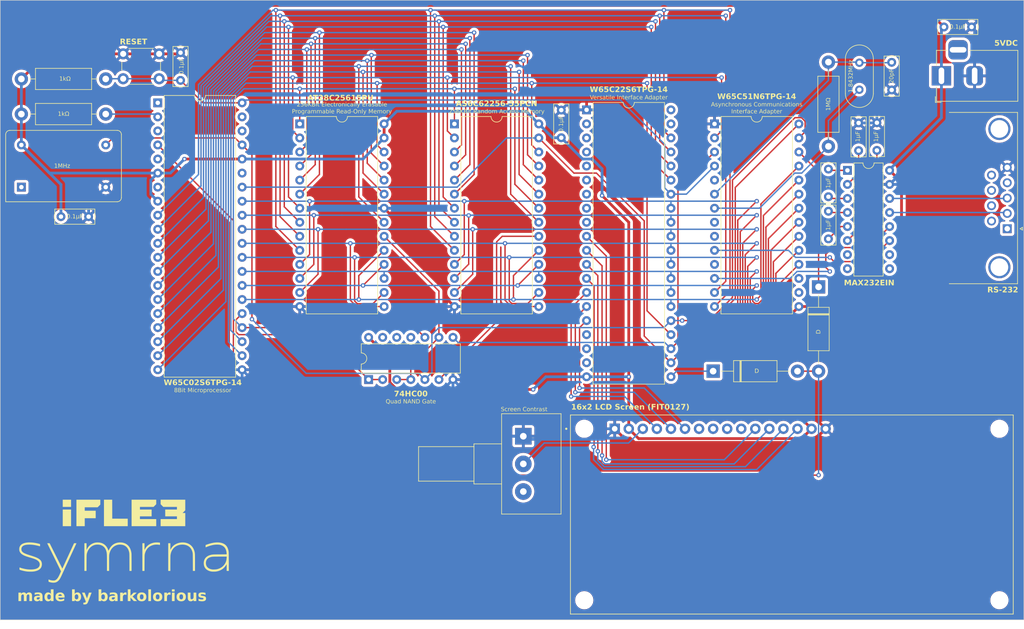
<source format=kicad_pcb>
(kicad_pcb (version 20221018) (generator pcbnew)
  (layers (0 "F.Cu" signal) (31 "B.Cu" signal) (34 "B.Paste" user) (35 "F.Paste" user) (36 "B.SilkS" user "B.Silkscreen") (37 "F.SilkS" user "F.Silkscreen") (38 "B.Mask" user) (39 "F.Mask" user) (44 "Edge.Cuts" user))
  (net 0 "")
  (net 1 "Net-(U7-XTAL1)")
  (net 2 "GND")
  (net 3 "Net-(U3-C1+)")
  (net 4 "Net-(U3-C1-)")
  (net 5 "Net-(U3-C2+)")
  (net 6 "Net-(U3-C2-)")
  (net 7 "Net-(U3-VS+)")
  (net 8 "Net-(U3-VS-)")
  (net 9 "Net-(U5-~{RES})")
  (net 10 "/a0")
  (net 11 "/a1")
  (net 12 "/a2")
  (net 13 "/a3")
  (net 14 "/a4")
  (net 15 "/a5")
  (net 16 "/a6")
  (net 17 "/a7")
  (net 18 "/a8")
  (net 19 "/a9")
  (net 20 "/a10")
  (net 21 "/a11")
  (net 22 "/a12")
  (net 23 "/a13")
  (net 24 "/a14")
  (net 25 "/a15")
  (net 26 "/d0")
  (net 27 "/d1")
  (net 28 "/d2")
  (net 29 "/d3")
  (net 30 "/d4")
  (net 31 "/d5")
  (net 32 "/d6")
  (net 33 "/d7")
  (net 34 "Net-(D25-K)")
  (net 35 "Net-(D25-A)")
  (net 36 "Net-(D26-K)")
  (net 38 "Net-(U3-R1IN)")
  (net 39 "Net-(U3-T1OUT)")
  (net 45 "Net-(U7-XTAL2)")
  (net 46 "+5V")
  (net 47 "Net-(U5-RDY)")
  (net 48 "Net-(U8-VO)")
  (net 50 "Net-(U1-~{CS})")
  (net 51 "Net-(U2-~{CS})")
  (net 52 "Net-(U2-~{WE})")
  (net 57 "Net-(U3-T1IN)")
  (net 58 "Net-(U3-R1OUT)")
  (net 59 "Net-(U5-ϕ0)")
  (net 60 "Net-(U6-~{CS2})")
  (net 76 "Net-(U6-PB0)")
  (net 77 "Net-(U6-PB1)")
  (net 78 "Net-(U6-PB2)")
  (net 79 "Net-(U6-PB3)")
  (net 80 "Net-(U6-PB4)")
  (net 81 "Net-(U6-PB5)")
  (net 82 "Net-(U6-PB6)")
  (footprint "Package_DIP:DIP-28_W15.24mm" (layer "F.Cu") (at 166.624 48.006)
    (fp_text reference "U2" hide)
    (fp_text value "HM62256BLP" hide)
  )
  (footprint "Button_Switch_THT:SW_PUSH_6mm_H7.3mm" (layer "F.Cu") (at 106.784 35.342)
    (fp_text reference "SW1" hide)
    (fp_text value "SW_Push" hide)
  )
  (footprint "Capacitor_THT:C_Disc_D7.0mm_W2.5mm_P5.00mm" (layer "F.Cu") (at 255.056 30.48)
    (fp_text reference "C7" hide)
    (fp_text value "0.1µF" hide)
  )
  (footprint "Capacitor_THT:C_Disc_D7.0mm_W2.5mm_P5.00mm" (layer "F.Cu") (at 242.946 52.792 90)
    (fp_text reference "C5" hide)
    (fp_text value "1µF" hide)
  )
  (footprint "Capacitor_THT:C_Disc_D7.0mm_W2.5mm_P5.00mm" (layer "F.Cu") (at 185.928 50.506 90)
    (fp_text reference "C8" hide)
    (fp_text value "0.1µF" hide)
  )
  (footprint "Package_DIP:DIP-28_W15.24mm" (layer "F.Cu") (at 138.684 48.006)
    (fp_text reference "U1" hide)
    (fp_text value "28C256" hide)
  )
  (footprint "Capacitor_THT:C_Disc_D7.0mm_W2.5mm_P5.00mm" (layer "F.Cu") (at 117.146 40.132 90)
    (fp_text reference "C6" hide)
    (fp_text value "0.1µF" hide)
  )
  (footprint "Package_DIP:DIP-40_W15.24mm" (layer "F.Cu") (at 190.5 45.466)
    (fp_text reference "U6" hide)
    (fp_text value "W65C22NxP" hide)
  )
  (footprint "Potentiometer_THT:Potentiometer_Alps_RK163_Single_Horizontal" (layer "F.Cu") (at 179.07 104.474)
    (fp_text reference "RV1" hide)
    (fp_text value "R_Potentiometer" hide)
  )
  (footprint "Connector_BarrelJack:BarrelJack_Horizontal" (layer "F.Cu") (at 254.604 39.3115 180)
    (fp_text reference "J2" hide)
    (fp_text value "Jack-DC")
  )
  (footprint "LCD-16X2:MODULE_LCD-16X2" (layer "F.Cu") (at 227.58 118.624)
    (fp_text reference "U8" hide)
    (fp_text value "LCD-16X2")
  )
  (footprint "Package_DIP:DIP-40_W15.24mm" (layer "F.Cu") (at 113.03 44.196)
    (fp_text reference "U5" hide)
    (fp_text value "W65C02SxP" hide)
  )
  (footprint "Crystal:Crystal_HC49-U_Vertical" (layer "F.Cu") (at 239.776 41.82 90)
    (fp_text reference "Y1" hide)
    (fp_text value "1.8432MHz" hide)
  )
  (footprint "Capacitor_THT:C_Disc_D7.0mm_W2.5mm_P5.00mm" (layer "F.Cu") (at 245.618 36.87 -90)
    (fp_text reference "C1" hide)
    (fp_text value "20pF" hide)
  )
  (footprint "Capacitor_THT:C_Disc_D7.0mm_W2.5mm_P5.00mm" (layer "F.Cu") (at 239.644 52.832 90)
    (fp_text reference "C4" hide)
    (fp_text value "1µF" hide)
  )
  (footprint "Resistor_THT:R_Axial_DIN0411_L9.9mm_D3.6mm_P15.24mm_Horizontal" (layer "F.Cu") (at 234.188 36.83 -90)
    (fp_text reference "R25" hide)
    (fp_text value "1MΩ" hide)
  )
  (footprint "Oscillator:Oscillator_DIP-14" (layer "F.Cu") (at 88.392 59.436)
    (fp_text reference "X1" hide)
    (fp_text value "1MHz" hide)
  )
  (footprint "Diode_THT:D_DO-15_P15.24mm_Horizontal" (layer "F.Cu") (at 213.36 92.71)
    (fp_text reference "D25" hide)
    (fp_text value "D" hide)
  )
  (footprint "Package_DIP:DIP-28_W15.24mm" (layer "F.Cu") (at 213.614 48.006)
    (fp_text reference "U7" hide)
    (fp_text value "W65C51NxP" hide)
  )
  (footprint "Package_DIP:DIP-16_W7.62mm" (layer "F.Cu") (at 237.622 56.403)
    (fp_text reference "U3" hide)
    (fp_text value "MAX232" hide)
  )
  (footprint "Capacitor_THT:C_Disc_D7.0mm_W2.5mm_P5.00mm" (layer "F.Cu") (at 95.544 64.77)
    (fp_text reference "C9" hide)
    (fp_text value "0.1µF" hide)
  )
  (footprint "Resistor_THT:R_Axial_DIN0411_L9.9mm_D3.6mm_P15.24mm_Horizontal" (layer "F.Cu") (at 88.392 39.878)
    (fp_text reference "R27" hide)
    (fp_text value "1kΩ" hide)
  )
  (footprint "Resistor_THT:R_Axial_DIN0411_L9.9mm_D3.6mm_P15.24mm_Horizontal" (layer "F.Cu") (at 88.392 46.228)
    (fp_text reference "R26" hide)
    (fp_text value "1kΩ" hide)
  )
  (footprint "Connector_Dsub:DSUB-9_Female_Horizontal_P2.77x2.84mm_EdgePinOffset7.70mm_Housed_MountingHolesOffset9.12mm" (layer "F.Cu") (at 266.492 66.954 -90)
    (fp_text reference "J1" hide)
    (fp_text value "DE9_Plug" hide)
  )
  (footprint "LOGO" (layer "F.Cu") (at 106.934 123.444)
    (fp_text reference "G***" hide)
    (fp_text value "LOGO" hide)
  )
  (footprint "Capacitor_THT:C_Disc_D7.0mm_W2.5mm_P5.00mm" (layer "F.Cu") (at 234.188 56.174 -90)
    (fp_text reference "C2" hide)
    (fp_text value "1µF" hide)
  )
  (footprint "Package_DIP:DIP-14_W7.62mm" (layer "F.Cu") (at 151.125 94.224 90)
    (fp_text reference "U4" hide)
    (fp_text value "74HC00" hide)
  )
  (footprint "Diode_THT:D_DO-15_P15.24mm_Horizontal" (layer "F.Cu") (at 232.41 77.47 -90)
    (fp_text reference "D26" hide)
    (fp_text value "D" hide)
  )
  (footprint "Capacitor_THT:C_Disc_D7.0mm_W2.5mm_P5.00mm" (layer "F.Cu") (at 234.188 63.794 -90)
    (fp_text reference "C3" hide)
    (fp_text value "1µF" hide)
  )
  (gr_rect (start 84.582 25.654) (end 269.494 137.668) (stroke (width 0.1)) (fill none) (layer "Edge.Cuts"))
  (gr_text "20pF" (at 245.618 39.37 90) (layer "F.SilkS") (effects (font (size 0.75 0.75) (thickness 0.125))))
  (gr_text "0.1µF" (at 98.044 64.77) (layer "F.SilkS") (effects (font (size 0.75 0.75))))
  (gr_text "1µF" (at 234.188 66.294 90) (layer "F.SilkS") (effects (font (size 0.75 0.75))))
  (gr_text "5VDC" (at 268.404 34.036) (layer "F.SilkS") (effects (font (size 1 1) (thickness 0.2) bold) (justify right bottom)))
  (gr_text "256KBit Electronically Erasable\nProgrammable Read-Only Memory" (at 146.304 46.228) (layer "F.SilkS") (effects (font (size 0.75 0.75) (thickness 0.09375)) (justify bottom)))
  (gr_text "74HC00" (at 158.75 96.266) (layer "F.SilkS") (effects (font (size 1 1) (thickness 0.2) bold) (justify top)))
  (gr_text "made by barkolorious" (at 87.63 134.62) (layer "F.SilkS") (effects (font (size 2 2) (thickness 0.5) bold) (justify left bottom)))
  (gr_text "8Bit Microprocessor" (at 121.158 95.758) (layer "F.SilkS") (effects (font (size 0.75 0.75) (thickness 0.09375)) (justify top)))
  (gr_text "W65C22S6TPG-14" (at 198.12 42.418) (layer "F.SilkS") (effects (font (size 1 1) (thickness 0.2) bold) (justify bottom)))
  (gr_text "1kΩ" (at 96.266 39.878) (layer "F.SilkS") (effects (font (size 0.75 0.75) (thickness 0.125))))
  (gr_text "16x2 LCD Screen (FIT0127)" (at 187.706 99.822) (layer "F.SilkS") (effects (font (size 1 1) (thickness 0.2) bold) (justify left bottom)))
  (gr_text "AS6C62256-55PCN" (at 174.244 44.958) (layer "F.SilkS") (effects (font (size 1 1) (thickness 0.2) bold) (justify bottom)))
  (gr_text "0.1µF" (at 257.556 30.48) (layer "F.SilkS") (effects (font (size 0.75 0.75))))
  (gr_text "0.1µF" (at 185.928 48.006 90) (layer "F.SilkS") (effects (font (size 0.75 0.75))))
  (gr_text "Asynchronous Communications\nInterface Adapter" (at 221.234 46.228) (layer "F.SilkS") (effects (font (size 0.75 0.75) (thickness 0.09375)) (justify bottom)))
  (gr_text "Versatile Interface Adapter" (at 198.12 43.688) (layer "F.SilkS") (effects (font (size 0.75 0.75) (thickness 0.09375)) (justify bottom)))
  (gr_text "1µF" (at 242.824 50.292 90) (layer "F.SilkS") (effects (font (size 0.75 0.75))))
  (gr_text "Quad NAND Gate" (at 158.75 97.79) (layer "F.SilkS") (effects (font (size 0.75 0.75) (thickness 0.09375)) (justify top)))
  (gr_text "0.1µF" (at 117.348 37.592 90) (layer "F.SilkS") (effects (font (size 0.75 0.75))))
  (gr_text "1µF" (at 234.188 58.674 90) (layer "F.SilkS") (effects (font (size 0.75 0.75))))
  (gr_text "W65C02S6TPG-14" (at 121.158 94.234) (layer "F.SilkS") (effects (font (size 1 1) (thickness 0.2) bold) (justify top)))
  (gr_text "Screen Contrast" (at 175.006 100.076) (layer "F.SilkS") (effects (font (size 0.75 0.75) (thickness 0.09375)) (justify left bottom)))
  (gr_text "1MHz\n" (at 95.758 55.626) (layer "F.SilkS") (effects (font (size 0.75 0.75))))
  (gr_text "RS-232" (at 268.478 77.47) (layer "F.SilkS") (effects (font (size 1 1) (thickness 0.2) bold) (justify right top)))
  (gr_text "1µF" (at 239.522 50.292 90) (layer "F.SilkS") (effects (font (size 0.75 0.75))))
  (gr_text "256KBit Random Access Memory" (at 174.244 46.228) (layer "F.SilkS") (effects (font (size 0.75 0.75) (thickness 0.09375)) (justify bottom)))
  (gr_text "D" (at 232.41 85.598 90) (layer "F.SilkS") (effects (font (size 0.75 0.75) (thickness 0.125))))
  (gr_text "W65C51N6TPG-14" (at 221.234 43.688) (layer "F.SilkS") (effects (font (size 1 1) (thickness 0.2) bold) (justify bottom)))
  (gr_text "1kΩ" (at 96.012 46.228) (layer "F.SilkS") (effects (font (size 0.75 0.75) (thickness 0.125))))
  (gr_text "MAX232EIN" (at 241.554 76.2) (layer "F.SilkS") (effects (font (size 1 1) (thickness 0.2) bold) (justify top)))
  (gr_text "D" (at 221.234 92.71) (layer "F.SilkS") (effects (font (size 0.75 0.75) (thickness 0.125))))
  (gr_text "1MΩ" (at 234.188 44.45 90) (layer "F.SilkS") (effects (font (size 0.75 0.75) (thickness 0.125))))
  (gr_text "AT28C25615PU" (at 146.05 43.942) (layer "F.SilkS") (effects (font (size 1 1) (thickness 0.2) bold) (justify bottom)))
  (gr_text "RESET" (at 106.172 33.782) (layer "F.SilkS") (effects (font (size 1 1) (thickness 0.2) bold) (justify left bottom)))
  (gr_text "1.8432MHz" (at 238.252 39.37 90) (layer "F.SilkS") (effects (font (size 0.75 0.75))))
  (segment (start 239.776 36.94) (end 245.548 36.94) (width 0.25) (layer "B.Cu") (net 1))
  (segment (start 234.188 40.132) (end 234.188 36.83) (width 0.25) (layer "B.Cu") (net 1))
  (segment (start 245.548 36.94) (end 245.618 36.87) (width 0.25) (layer "B.Cu") (net 1))
  (segment (start 234.188 36.83) (end 239.666 36.83) (width 0.25) (layer "B.Cu") (net 1))
  (segment (start 239.666 36.83) (end 239.776 36.94) (width 0.25) (layer "B.Cu") (net 1))
  (segment (start 213.614 60.706) (end 234.188 40.132) (width 0.25) (layer "B.Cu") (net 1))
  (segment (start 101.092 39.37) (end 105.12 35.342) (width 0.5) (layer "F.Cu") (net 2))
  (segment (start 116.936 35.342) (end 117.146 35.132) (width 0.5) (layer "F.Cu") (net 2))
  (segment (start 198.058 105.602) (end 231.202 105.602) (width 0.5) (layer "F.Cu") (net 2))
  (segment (start 164.846 74.168) (end 153.924 63.246) (width 0.5) (layer "F.Cu") (net 2))
  (segment (start 231.202 105.602) (end 233.68 103.124) (width 0.5) (layer "F.Cu") (net 2))
  (segment (start 164.846 79.248) (end 164.846 74.168) (width 0.5) (layer "F.Cu") (net 2))
  (segment (start 105.12 35.342) (end 106.784 35.342) (width 0.5) (layer "F.Cu") (net 2))
  (segment (start 106.784 35.342) (end 113.284 35.342) (width 0.5) (layer "F.Cu") (net 2))
  (segment (start 113.284 35.342) (end 116.936 35.342) (width 0.5) (layer "F.Cu") (net 2))
  (segment (start 101.092 56.896) (end 101.092 39.37) (width 0.5) (layer "F.Cu") (net 2))
  (segment (start 166.624 81.026) (end 164.846 79.248) (width 0.5) (layer "F.Cu") (net 2))
  (segment (start 103.632 59.436) (end 101.092 56.896) (width 0.5) (layer "F.Cu") (net 2))
  (segment (start 195.58 103.124) (end 198.058 105.602) (width 0.5) (layer "F.Cu") (net 2))
  (segment (start 242.946 47.792) (end 242.946 44.542) (width 0.5) (layer "B.Cu") (net 2))
  (segment (start 164.577 96.012) (end 166.365 94.224) (width 0.5) (layer "B.Cu") (net 2))
  (segment (start 260.604 43.581) (end 260.604 39.3115) (width 0.5) (layer "B.Cu") (net 2))
  (segment (start 193.68 105.024) (end 195.58 103.124) (width 0.5) (layer "B.Cu") (net 2))
  (segment (start 242.946 44.542) (end 245.618 41.87) (width 0.5) (layer "B.Cu") (net 2))
  (segment (start 179.62 105.024) (end 193.68 105.024) (width 0.5) (layer "B.Cu") (net 2))
  (segment (start 260.604 39.3115) (end 260.604 31.028) (width 0.5) (layer "B.Cu") (net 2))
  (segment (start 140.716 83.058) (end 138.684 81.026) (width 0.5) (layer "B.Cu") (net 2))
  (segment (start 242.906 47.832) (end 242.946 47.792) (width 0.5) (layer "B.Cu") (net 2))
  (segment (start 190.46 45.506) (end 190.5 45.466) (width 0.5) (layer "B.Cu") (net 2))
  (segment (start 164.592 83.058) (end 140.716 83.058) (width 0.5) (layer "B.Cu") (net 2))
  (segment (start 179.07 104.474) (end 179.62 105.024) (width 0.5) (layer "B.Cu") (net 2))
  (segment (start 245.242 58.943) (end 260.604 43.581) (width 0.5) (layer "B.Cu") (net 2))
  (segment (start 239.644 47.832) (end 242.906 47.832) (width 0.5) (layer "B.Cu") (net 2))
  (segment (start 176.615 104.474) (end 166.365 94.224) (width 0.5) (layer "B.Cu") (net 2))
  (segment (start 166.624 81.026) (end 164.592 83.058) (width 0.5) (layer "B.Cu") (net 2))
  (segment (start 131.826 96.012) (end 164.577 96.012) (width 0.5) (layer "B.Cu") (net 2))
  (segment (start 128.27 92.456) (end 131.826 96.012) (width 0.5) (layer "B.Cu") (net 2))
  (segment (start 260.604 31.028) (end 260.056 30.48) (width 0.5) (layer "B.Cu") (net 2))
  (segment (start 100.544 64.77) (end 100.544 62.524) (width 0.5) (layer "B.Cu") (net 2))
  (segment (start 100.544 62.524) (end 103.632 59.436) (width 0.5) (layer "B.Cu") (net 2))
  (segment (start 179.07 104.474) (end 176.615 104.474) (width 0.5) (layer "B.Cu") (net 2))
  (segment (start 237.622 56.403) (end 234.417 56.403) (width 0.25) (layer "F.Cu") (net 3))
  (segment (start 234.417 56.403) (end 234.188 56.174) (width 0.25) (layer "F.Cu") (net 3))
  (segment (start 237.622 61.483) (end 234.497 61.483) (width 0.25) (layer "F.Cu") (net 4))
  (segment (start 234.497 61.483) (end 234.188 61.174) (width 0.25) (layer "F.Cu") (net 4))
  (segment (start 237.622 64.023) (end 234.417 64.023) (width 0.25) (layer "F.Cu") (net 5))
  (segment (start 234.417 64.023) (end 234.188 63.794) (width 0.25) (layer "F.Cu") (net 5))
  (segment (start 237.622 66.563) (end 236.419 66.563) (width 0.25) (layer "F.Cu") (net 6))
  (segment (start 236.419 66.563) (end 234.188 68.794) (width 0.25) (layer "F.Cu") (net 6))
  (segment (start 239.644 52.832) (end 239.644 56.921) (width 0.25) (layer "F.Cu") (net 7))
  (segment (start 239.644 56.921) (end 237.622 58.943) (width 0.25) (layer "F.Cu") (net 7))
  (segment (start 237.622 69.103) (end 242.946 63.779) (width 0.25) (layer "F.Cu") (net 8))
  (segment (start 242.946 63.779) (end 242.946 52.792) (width 0.25) (layer "F.Cu") (net 8))
  (segment (start 128.27 44.196) (end 121.21 44.196) (width 0.25) (layer "F.Cu") (net 9))
  (segment (start 121.21 44.196) (end 117.146 40.132) (width 0.25) (layer "F.Cu") (net 9))
  (segment (start 113.574 40.132) (end 113.284 39.842) (width 0.25) (layer "B.Cu") (net 9))
  (segment (start 117.146 40.132) (end 113.574 40.132) (width 0.25) (layer "B.Cu") (net 9))
  (segment (start 128.778 43.688) (end 196.596 43.688) (width 0.25) (layer "B.Cu") (net 9))
  (segment (start 113.284 39.842) (end 106.784 39.842) (width 0.25) (layer "B.Cu") (net 9))
  (segment (start 204.615 59.581) (end 205.74 60.706) (width 0.25) (layer "B.Cu") (net 9))
  (segment (start 103.668 39.842) (end 103.632 39.878) (width 0.25) (layer "B.Cu") (net 9))
  (segment (start 208.534 60.706) (end 213.614 55.626) (width 0.25) (layer "B.Cu") (net 9))
  (segment (start 128.27 44.196) (end 128.778 43.688) (width 0.25) (layer "B.Cu") (net 9))
  (segment (start 196.596 43.688) (end 204.615 51.707) (width 0.25) (layer "B.Cu") (net 9))
  (segment (start 204.615 51.707) (end 204.615 59.581) (width 0.25) (layer "B.Cu") (net 9))
  (segment (start 205.74 60.706) (end 208.534 60.706) (width 0.25) (layer "B.Cu") (net 9))
  (segment (start 106.784 39.842) (end 103.668 39.842) (width 0.25) (layer "B.Cu") (net 9))
  (segment (start 134.366 66.548) (end 138.684 70.866) (width 0.25) (layer "F.Cu") (net 10))
  (segment (start 216.408 27.432) (end 216.408 78.232) (width 0.25) (layer "F.Cu") (net 10))
  (segment (start 216.408 78.232) (end 213.614 81.026) (width 0.25) (layer "F.Cu") (net 10))
  (segment (start 134.366 27.432) (end 134.366 66.548) (width 0.25) (layer "F.Cu") (net 10))
  (segment (start 204.47 27.432) (end 204.47 49.276) (width 0.25) (layer "F.Cu") (net 10))
  (segment (start 204.47 49.276) (end 205.74 50.546) (width 0.25) (layer "F.Cu") (net 10))
  (segment (start 162.306 27.432) (end 162.306 66.548) (width 0.25) (layer "F.Cu") (net 10))
  (segment (start 162.306 66.548) (end 166.624 70.866) (width 0.25) (layer "F.Cu") (net 10))
  (via (at 204.47 27.432) (size 0.8) (drill 0.4) (layers "F.Cu" "B.Cu") (net 10))
  (via (at 216.408 27.432) (size 0.8) (drill 0.4) (layers "F.Cu" "B.Cu") (net 10))
  (via (at 134.366 27.432) (size 0.8) (drill 0.4) (layers "F.Cu" "B.Cu") (net 10))
  (via (at 162.306 27.432) (size 0.8) (drill 0.4) (layers "F.Cu" "B.Cu") (net 10))
  (segment (start 133.852416 27.432) (end 134.366 27.432) (width 0.25) (layer "B.Cu") (net 10))
  (segment (start 120.395 40.889416) (end 133.852416 27.432) (width 0.25) (layer "B.Cu") (net 10))
  (segment (start 162.306 27.432) (end 204.47 27.432) (width 0.25) (layer "B.Cu") (net 10))
  (segment (start 113.03 64.516) (end 120.395 57.151) (width 0.25) (layer "B.Cu") (net 10))
  (segment (start 134.366 27.432) (end 162.306 27.432) (width 0.25) (layer "B.Cu") (net 10))
  (segment (start 120.395 57.151) (end 120.395 40.889416) (width 0.25) (layer "B.Cu") (net 10))
  (segment (start 204.47 27.432) (end 215.646 27.432) (width 0.25) (layer "B.Cu") (net 10))
  (segment (start 215.646 27.432) (end 216.408 27.432) (width 0.25) (layer "B.Cu") (net 10))
  (segment (start 203.708 51.054) (end 205.74 53.086) (width 0.25) (layer "F.Cu") (net 11))
  (segment (start 215.646 28.448) (end 215.646 76.454) (width 0.25) (layer "F.Cu") (net 11))
  (segment (start 203.708 28.448) (end 203.708 51.054) (width 0.25) (layer "F.Cu") (net 11))
  (segment (start 215.646 76.454) (end 213.614 78.486) (width 0.25) (layer "F.Cu") (net 11))
  (segment (start 163.068 28.448) (end 163.068 64.77) (width 0.25) (layer "F.Cu") (net 11))
  (segment (start 163.068 64.77) (end 166.624 68.326) (width 0.25) (layer "F.Cu") (net 11))
  (segment (start 135.128 64.77) (end 138.684 68.326) (width 0.25) (layer "F.Cu") (net 11))
  (segment (start 135.128 28.448) (end 135.128 64.77) (width 0.25) (layer "F.Cu") (net 11))
  (via (at 135.128 28.448) (size 0.8) (drill 0.4) (layers "F.Cu" "B.Cu") (net 11))
  (via (at 203.708 28.448) (size 0.8) (drill 0.4) (layers "F.Cu" "B.Cu") (net 11))
  (via (at 215.646 28.448) (size 0.8) (drill 0.4) (layers "F.Cu" "B.Cu") (net 11))
  (via (at 163.068 28.448) (size 0.8) (drill 0.4) (layers "F.Cu" "B.Cu") (net 11))
  (segment (start 203.708 28.448) (end 215.646 28.448) (width 0.25) (layer "B.Cu") (net 11))
  (segment (start 135.128 28.448) (end 163.068 28.448) (width 0.25) (layer "B.Cu") (net 11))
  (segment (start 113.03 67.056) (end 120.845 59.241) (width 0.25) (layer "B.Cu") (net 11))
  (segment (start 133.472812 28.448) (end 135.128 28.448) (width 0.25) (layer "B.Cu") (net 11))
  (segment (start 163.068 28.448) (end 203.708 28.448) (width 0.25) (layer "B.Cu") (net 11))
  (segment (start 120.845 41.075812) (end 133.472812 28.448) (width 0.25) (layer "B.Cu") (net 11))
  (segment (start 120.845 59.241) (end 120.845 41.075812) (width 0.25) (layer "B.Cu") (net 11))
  (segment (start 135.89 62.992) (end 138.684 65.786) (width 0.25) (layer "F.Cu") (net 12))
  (segment (start 163.83 29.464) (end 163.83 62.992) (width 0.25) (layer "F.Cu") (net 12))
  (segment (start 135.89 29.464) (end 135.89 62.992) (width 0.25) (layer "F.Cu") (net 12))
  (segment (start 202.946 29.464) (end 202.946 52.832) (width 0.25) (layer "F.Cu") (net 12))
  (segment (start 202.946 52.832) (end 205.74 55.626) (width 0.25) (layer "F.Cu") (net 12))
  (segment (start 163.83 62.992) (end 166.624 65.786) (width 0.25) (layer "F.Cu") (net 12))
  (via (at 202.946 29.464) (size 0.8) (drill 0.4) (layers "F.Cu" "B.Cu") (net 12))
  (via (at 163.83 29.464) (size 0.8) (drill 0.4) (layers "F.Cu" "B.Cu") (net 12))
  (via (at 135.89 29.464) (size 0.8) (drill 0.4) (layers "F.Cu" "B.Cu") (net 12))
  (segment (start 121.295 41.262208) (end 133.093208 29.464) (width 0.25) (layer "B.Cu") (net 12))
  (segment (start 135.89 29.464) (end 163.83 29.464) (width 0.25) (layer "B.Cu") (net 12))
  (segment (start 133.093208 29.464) (end 135.89 29.464) (width 0.25) (layer "B.Cu") (net 12))
  (segment (start 163.83 29.464) (end 202.946 29.464) (width 0.25) (layer "B.Cu") (net 12))
  (segment (start 113.03 69.596) (end 121.295 61.331) (width 0.25) (layer "B.Cu") (net 12))
  (segment (start 121.295 61.331) (end 121.295 41.262208) (width 0.25) (layer "B.Cu") (net 12))
  (segment (start 164.592 61.214) (end 166.624 63.246) (width 0.25) (layer "F.Cu") (net 13))
  (segment (start 202.184 54.61) (end 205.74 58.166) (width 0.25) (layer "F.Cu") (net 13))
  (segment (start 136.652 30.48) (end 136.652 61.214) (width 0.25) (layer "F.Cu") (net 13))
  (segment (start 136.652 61.214) (end 138.684 63.246) (width 0.25) (layer "F.Cu") (net 13))
  (segment (start 164.592 30.48) (end 164.592 61.214) (width 0.25) (layer "F.Cu") (net 13))
  (segment (start 202.184 30.48) (end 202.184 54.61) (width 0.25) (layer "F.Cu") (net 13))
  (via (at 164.592 30.48) (size 0.8) (drill 0.4) (layers "F.Cu" "B.Cu") (net 13))
  (via (at 136.652 30.48) (size 0.8) (drill 0.4) (layers "F.Cu" "B.Cu") (net 13))
  (via (at 202.184 30.48) (size 0.8) (drill 0.4) (layers "F.Cu" "B.Cu") (net 13))
  (segment (start 133.604 30.48) (end 136.652 30.48) (width 0.25) (layer "B.Cu") (net 13))
  (segment (start 164.592 30.48) (end 202.184 30.48) (width 0.25) (layer "B.Cu") (net 13))
  (segment (start 113.03 72.136) (end 121.745 63.421) (width 0.25) (layer "B.Cu") (net 13))
  (segment (start 136.652 30.48) (end 164.592 30.48) (width 0.25) (layer "B.Cu") (net 13))
  (segment (start 121.745 41.448604) (end 132.713604 30.48) (width 0.25) (layer "B.Cu") (net 13))
  (segment (start 132.713604 30.48) (end 133.604 30.48) (width 0.25) (layer "B.Cu") (net 13))
  (segment (start 121.745 63.421) (end 121.745 41.448604) (width 0.25) (layer "B.Cu") (net 13))
  (segment (start 166.624 60.706) (end 170.18 57.15) (width 0.25) (layer "F.Cu") (net 14))
  (segment (start 170.18 57.15) (end 170.18 31.496) (width 0.25) (layer "F.Cu") (net 14))
  (segment (start 142.24 31.496) (end 142.24 57.15) (width 0.25) (layer "F.Cu") (net 14))
  (segment (start 142.24 57.15) (end 138.684 60.706) (width 0.25) (layer "F.Cu") (net 14))
  (via (at 142.24 31.496) (size 0.8) (drill 0.4) (layers "F.Cu" "B.Cu") (net 14))
  (via (at 170.18 31.496) (size 0.8) (drill 0.4) (layers "F.Cu" "B.Cu") (net 14))
  (segment (start 132.334 31.496) (end 134.366 31.496) (width 0.25) (layer "B.Cu") (net 14))
  (segment (start 139.954 31.496) (end 142.24 31.496) (width 0.25) (layer "B.Cu") (net 14))
  (segment (start 122.195 65.511) (end 122.195 41.635) (width 0.25) (layer "B.Cu") (net 14))
  (segment (start 122.195 41.635) (end 132.334 31.496) (width 0.25) (layer "B.Cu") (net 14))
  (segment (start 170.18 31.496) (end 142.24 31.496) (width 0.25) (layer "B.Cu") (net 14))
  (segment (start 134.366 31.496) (end 139.954 31.496) (width 0.25) (layer "B.Cu") (net 14))
  (segment (start 113.03 74.676) (end 122.195 65.511) (width 0.25) (layer "B.Cu") (net 14))
  (segment (start 169.418 32.495503) (end 169.418 55.372) (width 0.25) (layer "F.Cu") (net 15))
  (segment (start 141.478 32.512) (end 141.478 55.372) (width 0.25) (layer "F.Cu") (net 15))
  (segment (start 141.478 55.372) (end 138.684 58.166) (width 0.25) (layer "F.Cu") (net 15))
  (segment (start 169.418 55.372) (end 166.624 58.166) (width 0.25) (layer "F.Cu") (net 15))
  (via (at 169.418 32.495503) (size 0.8) (drill 0.4) (layers "F.Cu" "B.Cu") (net 15))
  (via (at 141.478 32.512) (size 0.8) (drill 0.4) (layers "F.Cu" "B.Cu") (net 15))
  (segment (start 113.03 77.216) (end 122.645 67.601) (width 0.25) (layer "B.Cu") (net 15))
  (segment (start 169.418 32.495503) (end 169.434497 32.512) (width 0.25) (layer "B.Cu") (net 15))
  (segment (start 122.645 41.866049) (end 131.999049 32.512) (width 0.25) (layer "B.Cu") (net 15))
  (segment (start 135.128 32.512) (end 140.716 32.512) (width 0.25) (layer "B.Cu") (net 15))
  (segment (start 122.645 67.601) (end 122.645 41.866049) (width 0.25) (layer "B.Cu") (net 15))
  (segment (start 140.716 32.512) (end 141.478 32.512) (width 0.25) (layer "B.Cu") (net 15))
  (segment (start 141.478 32.512) (end 169.401503 32.512) (width 0.25) (layer "B.Cu") (net 15))
  (segment (start 131.999049 32.512) (end 135.128 32.512) (width 0.25) (layer "B.Cu") (net 15))
  (segment (start 169.401503 32.512) (end 169.418 32.495503) (width 0.25) (layer "B.Cu") (net 15))
  (segment (start 168.656 33.528) (end 168.656 53.594) (width 0.25) (layer "F.Cu") (net 16))
  (segment (start 168.656 53.594) (end 166.624 55.626) (width 0.25) (layer "F.Cu") (net 16))
  (segment (start 140.716 33.528) (end 140.716 53.594) (width 0.25) (layer "F.Cu") (net 16))
  (segment (start 140.716 53.594) (end 138.684 55.626) (width 0.25) (layer "F.Cu") (net 16))
  (via (at 168.656 33.528) (size 0.8) (drill 0.4) (layers "F.Cu" "B.Cu") (net 16))
  (via (at 140.716 33.528) (size 0.8) (drill 0.4) (layers "F.Cu" "B.Cu") (net 16))
  (segment (start 168.656 33.528) (end 141.478 33.528) (width 0.25) (layer "B.Cu") (net 16))
  (segment (start 123.095 42.052445) (end 131.619445 33.528) (width 0.25) (layer "B.Cu") (net 16))
  (segment (start 141.478 33.528) (end 140.716 33.528) (width 0.25) (layer "B.Cu") (net 16))
  (segment (start 131.619445 33.528) (end 135.89 33.528) (width 0.25) (layer "B.Cu") (net 16))
  (segment (start 113.03 79.756) (end 123.095 69.691) (width 0.25) (layer "B.Cu") (net 16))
  (segment (start 123.095 69.691) (end 123.095 42.052445) (width 0.25) (layer "B.Cu") (net 16))
  (segment (start 135.89 33.528) (end 140.716 33.528) (width 0.25) (layer "B.Cu") (net 16))
  (segment (start 139.954 51.816) (end 138.684 53.086) (width 0.25) (layer "F.Cu") (net 17))
  (segment (start 167.894 34.544) (end 167.894 51.816) (width 0.25) (layer "F.Cu") (net 17))
  (segment (start 167.894 51.816) (end 166.624 53.086) (width 0.25) (layer "F.Cu") (net 17))
  (segment (start 139.954 34.544) (end 139.954 51.816) (width 0.25) (layer "F.Cu") (net 17))
  (via (at 139.954 34.544) (size 0.8) (drill 0.4) (layers "F.Cu" "B.Cu") (net 17))
  (via (at 167.894 34.544) (size 0.8) (drill 0.4) (layers "F.Cu" "B.Cu") (net 17))
  (segment (start 139.954 34.544) (end 131.239841 34.544) (width 0.25) (layer "B.Cu") (net 17))
  (segment (start 131.239841 34.544) (end 123.545 42.238841) (width 0.25) (layer "B.Cu") (net 17))
  (segment (start 123.545 71.781) (end 113.03 82.296) (width 0.25) (layer "B.Cu") (net 17))
  (segment (start 139.954 34.544) (end 167.894 34.544) (width 0.25) (layer "B.Cu") (net 17))
  (segment (start 123.545 42.238841) (end 123.545 71.781) (width 0.25) (layer "B.Cu") (net 17))
  (segment (start 151.601 53.303) (end 153.924 55.626) (width 0.25) (layer "F.Cu") (net 18))
  (segment (start 179.832 35.56) (end 179.832 53.594) (width 0.25) (layer "F.Cu") (net 18))
  (segment (start 151.601 35.597) (end 151.601 53.303) (width 0.25) (layer "F.Cu") (net 18))
  (segment (start 179.832 53.594) (end 181.864 55.626) (width 0.25) (layer "F.Cu") (net 18))
  (segment (start 151.638 35.56) (end 151.601 35.597) (width 0.25) (layer "F.Cu") (net 18))
  (via (at 179.832 35.56) (size 0.8) (drill 0.4) (layers "F.Cu" "B.Cu") (net 18))
  (via (at 151.638 35.56) (size 0.8) (drill 0.4) (layers "F.Cu" "B.Cu") (net 18))
  (segment (start 123.995 73.871) (end 123.995 42.425237) (width 0.25) (layer "B.Cu") (net 18))
  (segment (start 123.995 42.425237) (end 130.860237 35.56) (width 0.25) (layer "B.Cu") (net 18))
  (segment (start 113.03 84.836) (end 123.995 73.871) (width 0.25) (layer "B.Cu") (net 18))
  (segment (start 151.638 35.56) (end 179.832 35.56) (width 0.25) (layer "B.Cu") (net 18))
  (segment (start 130.860237 35.56) (end 151.638 35.56) (width 0.25) (layer "B.Cu") (net 18))
  (segment (start 150.876 55.118) (end 153.924 58.166) (width 0.25) (layer "F.Cu") (net 19))
  (segment (start 150.876 36.576) (end 150.876 55.118) (width 0.25) (layer "F.Cu") (net 19))
  (segment (start 179.07 36.576) (end 179.07 55.372) (width 0.25) (layer "F.Cu") (net 19))
  (segment (start 179.07 55.372) (end 181.864 58.166) (width 0.25) (layer "F.Cu") (net 19))
  (via (at 179.07 36.576) (size 0.8) (drill 0.4) (layers "F.Cu" "B.Cu") (net 19))
  (via (at 150.876 36.576) (size 0.8) (drill 0.4) (layers "F.Cu" "B.Cu") (net 19))
  (segment (start 113.03 87.376) (end 124.445 75.961) (width 0.25) (layer "B.Cu") (net 19))
  (segment (start 150.876 36.576) (end 179.07 36.576) (width 0.25) (layer "B.Cu") (net 19))
  (segment (start 130.480633 36.576) (end 150.876 36.576) (width 0.25) (layer "B.Cu") (net 19))
  (segment (start 124.445 42.611633) (end 130.480633 36.576) (width 0.25) (layer "B.Cu") (net 19))
  (segment (start 124.445 75.961) (end 124.445 42.611633) (width 0.25) (layer "B.Cu") (net 19))
  (segment (start 149.352 37.592) (end 149.352 61.214) (width 0.25) (layer "F.Cu") (net 20))
  (segment (start 149.352 61.214) (end 153.924 65.786) (width 0.25) (layer "F.Cu") (net 20))
  (segment (start 176.784 37.592) (end 176.784 60.706) (width 0.25) (layer "F.Cu") (net 20))
  (segment (start 176.784 60.706) (end 181.864 65.786) (width 0.25) (layer "F.Cu") (net 20))
  (via (at 176.784 37.592) (size 0.8) (drill 0.4) (layers "F.Cu" "B.Cu") (net 20))
  (via (at 149.352 37.592) (size 0.8) (drill 0.4) (layers "F.Cu" "B.Cu") (net 20))
  (segment (start 124.895 42.798029) (end 130.101029 37.592) (width 0.25) (layer "B.Cu") (net 20))
  (segment (start 124.895 78.051) (end 124.895 42.798029) (width 0.25) (layer "B.Cu") (net 20))
  (segment (start 113.03 89.916) (end 124.895 78.051) (width 0.25) (layer "B.Cu") (net 20))
  (segment (start 149.352 37.592) (end 176.784 37.592) (width 0.25) (layer "B.Cu") (net 20))
  (segment (start 130.101029 37.592) (end 149.352 37.592) (width 0.25) (layer "B.Cu") (net 20))
  (segment (start 150.114 38.608) (end 150.114 56.896) (width 0.25) (layer "F.Cu") (net 21))
  (segment (start 178.308 57.15) (end 181.864 60.706) (width 0.25) (layer "F.Cu") (net 21))
  (segment (start 178.308 38.608) (end 178.308 57.15) (width 0.25) (layer "F.Cu") (net 21))
  (segment (start 150.114 56.896) (end 153.924 60.706) (width 0.25) (layer "F.Cu") (net 21))
  (via (at 178.308 38.608) (size 0.8) (drill 0.4) (layers "F.Cu" "B.Cu") (net 21))
  (via (at 150.114 38.608) (size 0.8) (drill 0.4) (layers "F.Cu" "B.Cu") (net 21))
  (segment (start 129.721425 38.608) (end 150.114 38.608) (width 0.25) (layer "B.Cu") (net 21))
  (segment (start 150.114 38.608) (end 178.308 38.608) (width 0.25) (layer "B.Cu") (net 21))
  (segment (start 125.345 80.141) (end 125.345 42.984425) (width 0.25) (layer "B.Cu") (net 21))
  (segment (start 125.345 42.984425) (end 129.721425 38.608) (width 0.25) (layer "B.Cu") (net 21))
  (segment (start 113.03 92.456) (end 125.345 80.141) (width 0.25) (layer "B.Cu") (net 21))
  (segment (start 214.884 49.276) (end 213.614 50.546) (width 0.25) (layer "F.Cu") (net 22))
  (segment (start 137.414 49.276) (end 138.684 50.546) (width 0.25) (layer "F.Cu") (net 22))
  (segment (start 214.884 39.624) (end 214.884 49.276) (width 0.25) (layer "F.Cu") (net 22))
  (segment (start 137.414 39.624) (end 137.414 49.276) (width 0.25) (layer "F.Cu") (net 22))
  (segment (start 165.354 49.276) (end 166.624 50.546) (width 0.25) (layer "F.Cu") (net 22))
  (segment (start 165.354 39.624) (end 165.354 49.276) (width 0.25) (layer "F.Cu") (net 22))
  (via (at 214.884 39.624) (size 0.8) (drill 0.4) (layers "F.Cu" "B.Cu") (net 22))
  (via (at 137.414 39.624) (size 0.8) (drill 0.4) (layers "F.Cu" "B.Cu") (net 22))
  (via (at 165.354 39.624) (size 0.8) (drill 0.4) (layers "F.Cu" "B.Cu") (net 22))
  (segment (start 129.341821 39.624) (end 137.414 39.624) (width 0.25) (layer "B.Cu") (net 22))
  (segment (start 137.414 39.624) (end 165.354 39.624) (width 0.25) (layer "B.Cu") (net 22))
  (segment (start 165.354 39.624) (end 214.884 39.624) (width 0.25) (layer "B.Cu") (net 22))
  (segment (start 128.27 89.916) (end 125.795 87.441) (width 0.25) (layer "B.Cu") (net 22))
  (segment (start 125.795 87.441) (end 125.795 43.170821) (width 0.25) (layer "B.Cu") (net 22))
  (segment (start 125.795 43.170821) (end 129.341821 39.624) (width 0.25) (layer "B.Cu") (net 22))
  (segment (start 201.422 81.788) (end 205.74 86.106) (width 0.25) (layer "F.Cu") (net 23))
  (segment (start 201.422 40.64) (end 201.422 81.788) (width 0.25) (layer "F.Cu") (net 23))
  (segment (start 152.654 40.64) (end 152.654 51.816) (width 0.25) (layer "F.Cu") (net 23))
  (segment (start 152.654 51.816) (end 153.924 53.086) (width 0.25) (layer "F.Cu") (net 23))
  (segment (start 180.594 51.816) (end 181.864 53.086) (width 0.25) (layer "F.Cu") (net 23))
  (segment (start 180.594 40.64) (end 180.594 51.816) (width 0.25) (layer "F.Cu") (net 23))
  (via (at 201.422 40.64) (size 0.8) (drill 0.4) (layers "F.Cu" "B.Cu") (net 23))
  (via (at 152.654 40.64) (size 0.8) (drill 0.4) (layers "F.Cu" "B.Cu") (net 23))
  (via (at 180.594 40.64) (size 0.8) (drill 0.4) (layers "F.Cu" "B.Cu") (net 23))
  (segment (start 128.27 87.376) (end 126.245 85.351) (width 0.25) (layer "B.Cu") (net 23))
  (segment (start 152.654 40.64) (end 180.594 40.64) (width 0.25) (layer "B.Cu") (net 23))
  (segment (start 126.245 43.357217) (end 128.962217 40.64) (width 0.25) (layer "B.Cu") (net 23))
  (segment (start 180.594 40.64) (end 201.422 40.64) (width 0.25) (layer "B.Cu") (net 23))
  (segment (start 128.962217 40.64) (end 152.654 40.64) (width 0.25) (layer "B.Cu") (net 23))
  (segment (start 126.245 85.351) (end 126.245 43.357217) (width 0.25) (layer "B.Cu") (net 23))
  (segment (start 138.684 41.656) (end 138.684 48.006) (width 0.25) (layer "F.Cu") (net 24))
  (segment (start 128.27 84.836) (end 159.517 84.836) (width 0.25) (layer "F.Cu") (net 24))
  (segment (start 159.517 84.836) (end 161.285 86.604) (width 0.25) (layer "F.Cu") (net 24))
  (segment (start 166.624 41.656) (end 166.624 48.006) (width 0.25) (layer "F.Cu") (net 24))
  (segment (start 177.546 58.928) (end 181.864 63.246) (width 0.25) (layer "F.Cu") (net 24))
  (segment (start 177.546 41.656) (end 177.546 58.928) (width 0.25) (layer "F.Cu") (net 24))
  (via (at 138.684 41.656) (size 0.8) (drill 0.4) (layers "F.Cu" "B.Cu") (net 24))
  (via (at 177.546 41.656) (size 0.8) (drill 0.4) (layers "F.Cu" "B.Cu") (net 24))
  (via (at 166.624 41.656) (size 0.8) (drill 0.4) (layers "F.Cu" "B.Cu") (net 24))
  (segment (start 138.684 41.656) (end 166.624 41.656) (width 0.25) (layer "B.Cu") (net 24))
  (segment (start 126.695 83.261) (end 126.695 43.543613) (width 0.25) (layer "B.Cu") (net 24))
  (segment (start 126.695 43.543613) (end 128.582613 41.656) (width 0.25) (layer "B.Cu") (net 24))
  (segment (start 128.27 84.836) (end 126.695 83.261) (width 0.25) (layer "B.Cu") (net 24))
  (segment (start 128.582613 41.656) (end 138.684 41.656) (width 0.25) (layer "B.Cu") (net 24))
  (segment (start 166.624 41.656) (end 177.546 41.656) (width 0.25) (layer "B.Cu") (net 24))
  (segment (start 151.125 94.224) (end 153.665 94.224) (width 0.25) (layer "F.Cu") (net 25))
  (segment (start 128.27 82.296) (end 127.145 83.421) (width 0.25) (layer "F.Cu") (net 25))
  (segment (start 127.659009 86.106) (end 143.007 86.106) (width 0.25) (layer "F.Cu") (net 25))
  (segment (start 127.145 85.591991) (end 127.659009 86.106) (width 0.25) (layer "F.Cu") (net 25))
  (segment (start 143.007 86.106) (end 151.125 94.224) (width 0.25) (layer "F.Cu") (net 25))
  (segment (start 127.145 83.421) (end 127.145 85.591991) (width 0.25) (layer "F.Cu") (net 25))
  (segment (start 225.146 80.798396) (end 225.146 77.114) (width 0.25) (layer "F.Cu") (net 26))
  (segment (start 166.624 73.406) (end 168.402 71.628) (width 0.25) (layer "F.Cu") (net 26))
  (segment (start 225.146 77.114) (end 228.854 73.406) (width 0.25) (layer "F.Cu") (net 26))
  (segment (start 217.809 65.401) (end 217.809 81.285396) (width 0.25) (layer "F.Cu") (net 26))
  (segment (start 217.809 81.285396) (end 219.719604 83.196) (width 0.25) (layer "F.Cu") (net 26))
  (segment (start 219.719604 83.196) (end 222.748396 83.196) (width 0.25) (layer "F.Cu") (net 26))
  (segment (start 140.462 71.628) (end 138.684 73.406) (width 0.25) (layer "F.Cu") (net 26))
  (segment (start 221.234 61.976) (end 217.809 65.401) (width 0.25) (layer "F.Cu") (net 26))
  (segment (start 168.402 71.628) (end 168.402 61.976) (width 0.25) (layer "F.Cu") (net 26))
  (segment (start 140.462 61.976) (end 140.462 71.628) (width 0.25) (layer "F.Cu") (net 26))
  (segment (start 222.748396 83.196) (end 225.146 80.798396) (width 0.25) (layer "F.Cu") (net 26))
  (via (at 168.402 61.976) (size 0.8) (drill 0.4) (layers "F.Cu" "B.Cu") (net 26))
  (via (at 221.234 61.976) (size 0.8) (drill 0.4) (layers "F.Cu" "B.Cu") (net 26))
  (via (at 140.462 61.976) (size 0.8) (drill 0.4) (layers "F.Cu" "B.Cu") (net 26))
  (segment (start 169.164 61.976) (end 205.74 61.976) (width 0.25) (layer "B.Cu") (net 26))
  (segment (start 145.542 61.976) (end 169.164 61.976) (width 0.25) (layer "B.Cu") (net 26))
  (segment (start 205.74 63.246) (end 205.74 61.976) (width 0.25) (layer "B.Cu") (net 26))
  (segment (start 205.74 61.976) (end 221.234 61.976) (width 0.25) (layer "B.Cu") (net 26))
  (segment (start 128.27 61.976) (end 145.542 61.976) (width 0.25) (layer "B.Cu") (net 26))
  (segment (start 224.696 80.612) (end 224.696 75.024) (width 0.25) (layer "F.Cu") (net 27))
  (segment (start 218.259 81.099) (end 219.906 82.746) (width 0.25) (layer "F.Cu") (net 27))
  (segment (start 219.906 82.746) (end 222.562 82.746) (width 0.25) (layer "F.Cu") (net 27))
  (segment (start 224.696 75.024) (end 228.854 70.866) (width 0.25) (layer "F.Cu") (net 27))
  (segment (start 218.259 67.491) (end 218.259 81.099) (width 0.25) (layer "F.Cu") (net 27))
  (segment (start 141.224 73.406) (end 138.684 75.946) (width 0.25) (layer "F.Cu") (net 27))
  (segment (start 221.234 64.516) (end 218.259 67.491) (width 0.25) (layer "F.Cu") (net 27))
  (segment (start 222.562 82.746) (end 224.696 80.612) (width 0.25) (layer "F.Cu") (net 27))
  (segment (start 141.224 64.516) (end 141.224 73.406) (width 0.25) (layer "F.Cu") (net 27))
  (segment (start 169.201 73.369) (end 166.624 75.946) (width 0.25) (layer "F.Cu") (net 27))
  (segment (start 169.201 64.553) (end 169.201 73.369) (width 0.25) (layer "F.Cu") (net 27))
  (via (at 221.234 64.516) (size 0.8) (drill 0.4) (layers "F.Cu" "B.Cu") (net 27))
  (via (at 141.224 64.516) (size 0.8) (drill 0.4) (layers "F.Cu" "B.Cu") (net 27))
  (via (at 169.201 64.553) (size 0.8) (drill 0.4) (layers "F.Cu" "B.Cu") (net 27))
  (segment (start 169.926 64.516) (end 205.74 64.516) (width 0.25) (layer "B.Cu") (net 27))
  (segment (start 146.304 64.516) (end 169.926 64.516) (width 0.25) (layer "B.Cu") (net 27))
  (segment (start 205.74 64.516) (end 221.234 64.516) (width 0.25) (layer "B.Cu") (net 27))
  (segment (start 205.74 65.786) (end 205.74 64.516) (width 0.25) (layer "B.Cu") (net 27))
  (segment (start 128.27 64.516) (end 146.304 64.516) (width 0.25) (layer "B.Cu") (net 27))
  (segment (start 218.709 69.581) (end 218.709 80.912604) (width 0.25) (layer "F.Cu") (net 28))
  (segment (start 221.234 67.056) (end 218.709 69.581) (width 0.25) (layer "F.Cu") (net 28))
  (segment (start 141.986 67.056) (end 141.986 75.184) (width 0.25) (layer "F.Cu") (net 28))
  (segment (start 224.246 72.934) (end 228.854 68.326) (width 0.25) (layer "F.Cu") (net 28))
  (segment (start 169.926 67.056) (end 169.926 75.184) (width 0.25) (layer "F.Cu") (net 28))
  (segment (start 169.926 75.184) (end 166.624 78.486) (width 0.25) (layer "F.Cu") (net 28))
  (segment (start 220.092396 82.296) (end 222.375604 82.296) (width 0.25) (layer "F.Cu") (net 28))
  (segment (start 222.375604 82.296) (end 224.246 80.425604) (width 0.25) (layer "F.Cu") (net 28))
  (segment (start 218.709 80.912604) (end 220.092396 82.296) (width 0.25) (layer "F.Cu") (net 28))
  (segment (start 141.986 75.184) (end 138.684 78.486) (width 0.25) (layer "F.Cu") (net 28))
  (segment (start 224.246 80.425604) (end 224.246 72.934) (width 0.25) (layer "F.Cu") (net 28))
  (via (at 169.926 67.056) (size 0.8) (drill 0.4) (layers "F.Cu" "B.Cu") (net 28))
  (via (at 221.234 67.056) (size 0.8) (drill 0.4) (layers "F.Cu" "B.Cu") (net 28))
  (via (at 141.986 67.056) (size 0.8) (drill 0.4) (layers "F.Cu" "B.Cu") (net 28))
  (segment (start 170.688 67.056) (end 205.74 67.056) (width 0.25) (layer "B.Cu") (net 28))
  (segment (start 147.066 67.056) (end 170.688 67.056) (width 0.25) (layer "B.Cu") (net 28))
  (segment (start 128.27 67.056) (end 147.066 67.056) (width 0.25) (layer "B.Cu") (net 28))
  (segment (start 205.74 67.056) (end 221.234 67.056) (width 0.25) (layer "B.Cu") (net 28))
  (segment (start 205.74 68.326) (end 205.74 67.056) (width 0.25) (layer "B.Cu") (net 28))
  (segment (start 223.796 80.239208) (end 223.796 70.844) (width 0.25) (layer "F.Cu") (net 29))
  (segment (start 219.159 71.671) (end 219.159 80.672246) (width 0.25) (layer "F.Cu") (net 29))
  (segment (start 147.828 79.893701) (end 148.960299 81.026) (width 0.25) (layer "F.Cu") (net 29))
  (segment (start 148.960299 81.026) (end 153.924 81.026) (width 0.25) (layer "F.Cu") (net 29))
  (segment (start 223.796 70.844) (end 228.854 65.786) (width 0.25) (layer "F.Cu") (net 29))
  (segment (start 221.234 69.596) (end 219.159 71.671) (width 0.25) (layer "F.Cu") (net 29))
  (segment (start 220.317754 81.831) (end 222.204208 81.831) (width 0.25) (layer "F.Cu") (net 29))
  (segment (start 147.828 69.596) (end 147.828 79.893701) (width 0.25) (layer "F.Cu") (net 29))
  (segment (start 175.768 79.894201) (end 176.899799 81.026) (width 0.25) (layer "F.Cu") (net 29))
  (segment (start 219.159 80.672246) (end 220.317754 81.831) (width 0.25) (layer "F.Cu") (net 29))
  (segment (start 175.768 69.596) (end 175.768 79.894201) (width 0.25) (layer "F.Cu") (net 29))
  (segment (start 222.204208 81.831) (end 223.796 80.239208) (width 0.25) (layer "F.Cu") (net 29))
  (segment (start 176.899799 81.026) (end 181.864 81.026) (width 0.25) (layer "F.Cu") (net 29))
  (via (at 221.234 69.596) (size 0.8) (drill 0.4) (layers "F.Cu" "B.Cu") (net 29))
  (via (at 147.828 69.596) (size 0.8) (drill 0.4) (layers "F.Cu" "B.Cu") (net 29))
  (via (at 175.768 69.596) (size 0.8) (drill 0.4) (layers "F.Cu" "B.Cu") (net 29))
  (segment (start 205.74 70.866) (end 205.74 69.596) (width 0.25) (layer "B.Cu") (net 29))
  (segment (start 205.74 69.596) (end 221.234 69.596) (width 0.25) (layer "B.Cu") (net 29))
  (segment (start 128.27 69.596) (end 143.51 69.596) (width 0.25) (layer "B.Cu") (net 29))
  (segment (start 143.51 69.596) (end 147.828 69.596) (width 0.25) (layer "B.Cu") (net 29))
  (segment (start 147.828 69.596) (end 175.768 69.596) (width 0.25) (layer "B.Cu") (net 29))
  (segment (start 175.768 69.596) (end 205.74 69.596) (width 0.25) (layer "B.Cu") (net 29))
  (segment (start 219.609 80.429098) (end 220.560902 81.381) (width 0.25) (layer "F.Cu") (net 30))
  (segment (start 176.53 80.019805) (end 176.991695 80.4815) (width 0.25) (layer "F.Cu") (net 30))
  (segment (start 179.8685 80.4815) (end 181.864 78.486) (width 0.25) (layer "F.Cu") (net 30))
  (segment (start 149.088695 80.518) (end 151.892 80.518) (width 0.25) (layer "F.Cu") (net 30))
  (segment (start 222.017812 81.381) (end 223.346 80.052812) (width 0.25) (layer "F.Cu") (net 30))
  (segment (start 176.53 72.136) (end 176.53 80.019805) (width 0.25) (layer "F.Cu") (net 30))
  (segment (start 221.234 72.136) (end 219.609 73.761) (width 0.25) (layer "F.Cu") (net 30))
  (segment (start 223.346 68.754) (end 228.854 63.246) (width 0.25) (layer "F.Cu") (net 30))
  (segment (start 148.59 80.019305) (end 149.088695 80.518) (width 0.25) (layer "F.Cu") (net 30))
  (segment (start 220.560902 81.381) (end 222.017812 81.381) (width 0.25) (layer "F.Cu") (net 30))
  (segment (start 219.609 73.761) (end 219.609 80.429098) (width 0.25) (layer "F.Cu") (net 30))
  (segment (start 148.59 72.136) (end 148.59 80.019305) (width 0.25) (layer "F.Cu") (net 30))
  (segment (start 223.346 80.052812) (end 223.346 68.754) (width 0.25) (layer "F.Cu") (net 30))
  (segment (start 176.991695 80.4815) (end 179.8685 80.4815) (width 0.25) (layer "F.Cu") (net 30))
  (segment (start 151.892 80.518) (end 153.924 78.486) (width 0.25) (layer "F.Cu") (net 30))
  (via (at 148.59 72.136) (size 0.8) (drill 0.4) (layers "F.Cu" "B.Cu") (net 30))
  (via (at 221.234 72.136) (size 0.8) (drill 0.4) (layers "F.Cu" "B.Cu") (net 30))
  (via (at 176.53 72.136) (size 0.8) (drill 0.4) (layers "F.Cu" "B.Cu") (net 30))
  (segment (start 144.272 72.136) (end 148.59 72.136) (width 0.25) (layer "B.Cu") (net 30))
  (segment (start 176.53 72.136) (end 205.74 72.136) (width 0.25) (layer "B.Cu") (net 30))
  (segment (start 205.74 72.136) (end 221.234 72.136) (width 0.25) (layer "B.Cu") (net 30))
  (segment (start 148.59 72.136) (end 176.53 72.136) (width 0.25) (layer "B.Cu") (net 30))
  (segment (start 128.27 72.136) (end 144.272 72.136) (width 0.25) (layer "B.Cu") (net 30))
  (segment (start 205.74 73.406) (end 205.74 72.136) (width 0.25) (layer "B.Cu") (net 30))
  (segment (start 220.059 75.851) (end 220.059 80.242701) (width 0.25) (layer "F.Cu") (net 31))
  (segment (start 220.747299 80.931) (end 221.77885 80.931) (width 0.25) (layer "F.Cu") (net 31))
  (segment (start 220.059 80.242701) (end 220.747299 80.931) (width 0.25) (layer "F.Cu") (net 31))
  (segment (start 222.896 79.81385) (end 222.896 66.664) (width 0.25) (layer "F.Cu") (net 31))
  (segment (start 222.896 66.664) (end 228.854 60.706) (width 0.25) (layer "F.Cu") (net 31))
  (segment (start 221.234 74.676) (end 220.059 75.851) (width 0.25) (layer "F.Cu") (net 31))
  (segment (start 221.77885 80.931) (end 222.896 79.81385) (width 0.25) (layer "F.Cu") (net 31))
  (via (at 221.234 74.676) (size 0.8) (drill 0.4) (layers "F.Cu" "B.Cu") (net 31))
  (segment (start 181.864 75.946) (end 181.864 74.676) (width 0.25) (layer "B.Cu") (net 31))
  (segment (start 153.924 74.676) (end 181.864 74.676) (width 0.25) (layer "B.Cu") (net 31))
  (segment (start 153.924 75.946) (end 153.924 74.676) (width 0.25) (layer "B.Cu") (net 31))
  (segment (start 128.27 74.676) (end 145.034 74.676) (width 0.25) (layer "B.Cu") (net 31))
  (segment (start 181.864 74.676) (end 205.74 74.676) (width 0.25) (layer "B.Cu") (net 31))
  (segment (start 205.74 74.676) (end 221.234 74.676) (width 0.25) (layer "B.Cu") (net 31))
  (segment (start 145.034 74.676) (end 153.924 74.676) (width 0.25) (layer "B.Cu") (net 31))
  (segment (start 205.74 75.946) (end 205.74 74.676) (width 0.25) (layer "B.Cu") (net 31))
  (segment (start 220.509 77.941) (end 220.509 80.056305) (width 0.25) (layer "F.Cu") (net 32))
  (segment (start 220.933695 80.481) (end 221.534305 80.481) (width 0.25) (layer "F.Cu") (net 32))
  (segment (start 221.234 77.216) (end 220.509 77.941) (width 0.25) (layer "F.Cu") (net 32))
  (segment (start 178.054 77.216) (end 181.864 73.406) (width 0.25) (layer "F.Cu") (net 32))
  (segment (start 222.446 64.574) (end 228.854 58.166) (width 0.25) (layer "F.Cu") (net 32))
  (segment (start 221.534305 80.481) (end 222.446 79.569305) (width 0.25) (layer "F.Cu") (net 32))
  (segment (start 222.446 79.569305) (end 222.446 64.574) (width 0.25) (layer "F.Cu") (net 32))
  (segment (start 153.924 73.406) (end 150.114 77.216) (width 0.25) (layer "F.Cu") (net 32))
  (segment (start 220.509 80.056305) (end 220.933695 80.481) (width 0.25) (layer "F.Cu") (net 32))
  (via (at 178.054 77.216) (size 0.8) (drill 0.4) (layers "F.Cu" "B.Cu") (net 32))
  (via (at 221.234 77.216) (size 0.8) (drill 0.4) (layers "F.Cu" "B.Cu") (net 32))
  (via (at 150.114 77.216) (size 0.8) (drill 0.4) (layers "F.Cu" "B.Cu") (net 32))
  (segment (start 145.796 77.216) (end 128.27 77.216) (width 0.25) (layer "B.Cu") (net 32))
  (segment (start 178.054 77.216) (end 205.74 77.216) (width 0.25) (layer "B.Cu") (net 32))
  (segment (start 178.054 77.216) (end 145.796 77.216) (width 0.25) (layer "B.Cu") (net 32))
  (segment (start 205.74 77.216) (end 221.234 77.216) (width 0.25) (layer "B.Cu") (net 32))
  (segment (start 205.74 78.486) (end 205.74 77.216) (width 0.25) (layer "B.Cu") (net 32))
  (segment (start 177.292 79.7565) (end 177.292 75.438) (width 0.25) (layer "F.Cu") (net 33))
  (segment (start 149.352 79.756) (end 149.352 75.438) (width 0.25) (layer "F.Cu") (net 33))
  (segment (start 221.234 79.756) (end 221.996 78.994) (width 0.25) (layer "F.Cu") (net 33))
  (segment (start 221.996 78.994) (end 221.996 62.484) (width 0.25) (layer "F.Cu") (net 33))
  (segment (start 221.996 62.484) (end 228.854 55.626) (width 0.25) (layer "F.Cu") (net 33))
  (segment (start 149.352 75.438) (end 153.924 70.866) (width 0.25) (layer "F.Cu") (net 33))
  (segment (start 177.292 75.438) (end 181.864 70.866) (width 0.25) (layer "F.Cu") (net 33))
  (via (at 149.352 79.756) (size 0.8) (drill 0.4) (layers "F.Cu" "B.Cu") (net 33))
  (via (at 177.292 79.7565) (size 0.8) (drill 0.4) (layers "F.Cu" "B.Cu") (net 33))
  (via (at 221.234 79.756) (size 0.8) (drill 0.4) (layers "F.Cu" "B.Cu") (net 33))
  (segment (start 205.74 79.756) (end 221.234 79.756) (width 0.25) (layer "B.Cu") (net 33))
  (segment (start 128.27 79.756) (end 145.034 79.756) (width 0.25) (layer "B.Cu") (net 33))
  (segment (start 177.2925 79.756) (end 205.74 79.756) (width 0.25) (layer "B.Cu") (net 33))
  (segment (start 205.74 81.026) (end 205.74 79.756) (width 0.25) (layer "B.Cu") (net 33))
  (segment (start 149.352 79.756) (end 177.2915 79.756) (width 0.25) (layer "B.Cu") (net 33))
  (segment (start 177.292 79.7565) (end 177.2925 79.756) (width 0.25) (layer "B.Cu") (net 33))
  (segment (start 177.2915 79.756) (end 177.292 79.7565) (width 0.25) (layer "B.Cu") (net 33))
  (segment (start 145.034 79.756) (end 149.352 79.756) (width 0.25) (layer "B.Cu") (net 33))
  (segment (start 213.36 92.71) (end 206.756 92.71) (width 0.25) (layer "B.Cu") (net 34))
  (segment (start 206.756 92.71) (end 205.74 93.726) (width 0.25) (layer "B.Cu") (net 34))
  (segment (start 145.034 111.506) (end 232.41 111.506) (width 0.25) (layer "F.Cu") (net 35))
  (segment (start 228.6 92.71) (end 232.41 92.71) (width 0.25) (layer "F.Cu") (net 35))
  (segment (start 126.695 65.481) (end 126.695 93.167) (width 0.25) (layer "F.Cu") (net 35))
  (segment (start 126.695 93.167) (end 145.034 111.506) (width 0.25) (layer "F.Cu") (net 35))
  (segment (start 113.03 51.816) (end 126.695 65.481) (width 0.25) (layer "F.Cu") (net 35))
  (via (at 232.41 111.506) (size 0.8) (drill 0.4) (layers "F.Cu" "B.Cu") (net 35))
  (segment (start 232.41 111.506) (end 232.41 92.71) (width 0.25) (layer "B.Cu") (net 35))
  (segment (start 232.41 56.642) (end 228.854 53.086) (width 0.25) (layer "F.Cu") (net 36))
  (segment (start 232.41 77.47) (end 232.41 56.642) (width 0.25) (layer "F.Cu") (net 36))
  (segment (start 245.242 64.023) (end 266.331 64.023) (width 0.25) (layer "B.Cu") (net 38))
  (segment (start 266.331 64.023) (end 266.492 64.184) (width 0.25) (layer "B.Cu") (net 38))
  (segment (start 266.423 61.483) (end 266.492 61.414) (width 0.25) (layer "B.Cu") (net 39))
  (segment (start 245.242 61.483) (end 266.423 61.483) (width 0.25) (layer "B.Cu") (net 39))
  (segment (start 229.362 56.896) (end 234.188 52.07) (width 0.25) (layer "B.Cu") (net 45))
  (segment (start 234.188 47.408) (end 239.776 41.82) (width 0.25) (layer "B.Cu") (net 45))
  (segment (start 228.092 56.896) (end 229.362 56.896) (width 0.25) (layer "B.Cu") (net 45))
  (segment (start 221.742 63.246) (end 228.092 56.896) (width 0.25) (layer "B.Cu") (net 45))
  (segment (start 213.614 63.246) (end 221.742 63.246) (width 0.25) (layer "B.Cu") (net 45))
  (segment (start 234.188 52.07) (end 234.188 47.408) (width 0.25) (layer "B.Cu") (net 45))
  (segment (start 154.955 90.434) (end 154.955 94.741767) (width 0.5) (layer "F.Cu") (net 46))
  (segment (start 229.362 104.902) (end 199.898 104.902) (width 0.5) (layer "F.Cu") (net 46))
  (segment (start 242.824 81.026) (end 247.396 76.454) (width 0.5) (layer "F.Cu") (net 46))
  (segment (start 151.125 86.604) (end 154.955 90.434) (width 0.5) (layer "F.Cu") (net 46))
  (segment (start 226.06 83.82) (end 226.06 98.044) (width 0.5) (layer "F.Cu") (net 46))
  (segment (start 101.688 26.582) (end 251.158 26.582) (width 0.5) (layer "F.Cu") (net 46))
  (segment (start 251.158 26.582) (end 255.056 30.48) (width 0.5) (layer "F.Cu") (net 46))
  (segment (start 156.225233 96.012) (end 180.848 96.012) (width 0.5) (layer "F.Cu") (net 46))
  (segment (start 228.854 81.026) (end 242.824 81.026) (width 0.5) (layer "F.Cu") (net 46))
  (segment (start 88.392 39.878) (end 101.688 26.582) (width 0.5) (layer "F.Cu") (net 46))
  (segment (start 198.12 103.124) (end 198.12 93.726) (width 0.5) (layer "F.Cu") (net 46))
  (segment (start 247.396 58.557) (end 245.242 56.403) (width 0.5) (layer "F.Cu") (net 46))
  (segment (start 198.12 93.726) (end 198.12 65.786) (width 0.5) (layer "F.Cu") (net 46))
  (segment (start 128.27 54.356) (end 117.877174 54.356) (width 0.5) (layer "F.Cu") (net 46))
  (segment (start 117.877174 54.356) (end 117.866587 54.366587) (width 0.5) (layer "F.Cu") (net 46))
  (segment (start 228.854 81.026) (end 226.06 83.82) (width 0.5) (layer "F.Cu") (net 46))
  (segment (start 154.955 94.741767) (end 156.225233 96.012) (width 0.5) (layer "F.Cu") (net 46))
  (segment (start 153.924 48.006) (end 153.924 50.546) (width 0.5) (layer "F.Cu") (net 46))
  (segment (start 226.06 98.044) (end 231.14 103.124) (width 0.5) (layer "F.Cu") (net 46))
  (segment (start 231.14 103.124) (end 229.362 104.902) (width 0.5) (layer "F.Cu") (net 46))
  (segment (start 198.12 65.786) (end 193.294 60.96) (width 0.5) (layer "F.Cu") (net 46))
  (segment (start 199.898 104.902) (end 198.12 103.124) (width 0.5) (layer "F.Cu") (net 46))
  (segment (start 247.396 76.454) (end 247.396 58.557) (width 0.5) (layer "F.Cu") (net 46))
  (via (at 193.294 60.96) (size 0.8) (drill 0.4) (layers "F.Cu" "B.Cu") (net 46))
  (via (at 180.848 96.012) (size 0.8) (drill 0.4) (layers "F.Cu" "B.Cu") (net 46))
  (via (at 198.12 93.726) (size 0.8) (drill 0.4) (layers "F.Cu" "B.Cu") (net 46))
  (via (at 117.856 54.356) (size 0.8) (drill 0.4) (layers "F.Cu" "B.Cu") (net 46))
  (segment (start 113.03 56.896) (end 115.316 56.896) (width 0.5) (layer "B.Cu") (net 46))
  (segment (start 113.03 61.976) (end 111.78 60.726) (width 0.5) (layer "B.Cu") (net 46))
  (segment (start 184.364 50.506) (end 181.864 48.006) (width 0.5) (layer "B.Cu") (net 46))
  (segment (start 183.134 93.726) (end 180.848 96.012) (width 0.5) (layer "B.Cu") (net 46))
  (segment (start 128.27 54.356) (end 150.114 54.356) (width 0.5) (layer "B.Cu") (net 46))
  (segment (start 150.114 54.356) (end 153.924 50.546) (width 0.5) (layer "B.Cu") (net 46))
  (segment (start 93.472 56.896) (end 88.392 51.816) (width 0.5) (layer "B.Cu") (net 46))
  (segment (start 111.78 58.146) (end 113.03 56.896) (width 0.5) (layer "B.Cu") (net 46))
  (segment (start 111.78 60.726) (end 111.78 58.146) (width 0.5) (layer "B.Cu") (net 46))
  (segment (start 185.928 50.506) (end 184.364 50.506) (width 0.5) (layer "B.Cu") (net 46))
  (segment (start 185.928 50.506) (end 189.778 54.356) (width 0.5) (layer "B.Cu") (net 46))
  (segment (start 95.544 58.968) (end 88.392 51.816) (width 0.5) (layer "B.Cu") (net 46))
  (segment (start 190.5 93.726) (end 183.134 93.726) (width 0.5) (layer "B.Cu") (net 46))
  (segment (start 88.392 51.816) (end 88.392 46.228) (width 0.5) (layer "B.Cu") (net 46))
  (segment (start 254.604 39.3115) (end 254.604 30.932) (width 0.5) (layer "B.Cu") (net 46))
  (segment (start 193.294 56.134) (end 193.294 60.96) (width 0.5) (layer "B.Cu") (net 46))
  (segment (start 254.604 30.932) (end 255.056 30.48) (width 0.5) (layer "B.Cu") (net 46))
  (segment (start 254.604 46.894) (end 254.604 39.3115) (width 0.5) (layer "B.Cu") (net 46))
  (segment (start 191.516 54.356) (end 193.294 56.134) (width 0.5) (layer "B.Cu") (net 46))
  (segment (start 245.242 56.256) (end 254.604 46.894) (width 0.5) (layer "B.Cu") (net 46))
  (segment (start 245.242 56.403) (end 245.242 56.256) (width 0.5) (layer "B.Cu") (net 46))
  (segment (start 113.03 56.896) (end 93.472 56.896) (width 0.5) (layer "B.Cu") (net 46))
  (segment (start 156.21 45.72) (end 179.578 45.72) (width 0.5) (layer "B.Cu") (net 46))
  (segment (start 95.544 64.77) (end 95.544 58.968) (width 0.5) (layer "B.Cu") (net 46))
  (segment (start 189.778 54.356) (end 191.516 54.356) (width 0.5) (layer "B.Cu") (net 46))
  (segment (start 115.316 56.896) (end 117.856 54.356) (width 0.5) (layer "B.Cu") (net 46))
  (segment (start 190.5 93.726) (end 198.12 93.726) (width 0.5) (layer "B.Cu") (net 46))
  (segment (start 179.578 45.72) (end 181.864 48.006) (width 0.5) (layer "B.Cu") (net 46))
  (segment (start 153.924 48.006) (end 156.21 45.72) (width 0.5) (layer "B.Cu") (net 46))
  (segment (start 88.392 46.228) (end 88.392 39.878) (width 0.5) (layer "B.Cu") (net 46))
  (segment (start 103.632 46.228) (end 112.522 46.228) (width 0.25) (layer "B.Cu") (net 47))
  (segment (start 112.522 46.228) (end 113.03 46.736) (width 0.25) (layer "B.Cu") (net 47))
  (segment (start 200.66 103.124) (end 198.083 105.701) (width 0.25) (layer "B.Cu") (net 48))
  (segment (start 182.843 105.701) (end 179.07 109.474) (width 0.25) (layer "B.Cu") (net 48))
  (segment (start 198.083 105.701) (end 182.843 105.701) (width 0.25) (layer "B.Cu") (net 48))
  (segment (start 163.825 78.227) (end 163.825 86.604) (width 0.25) (layer "F.Cu") (net 50))
  (segment (start 158.745 91.684) (end 163.825 86.604) (width 0.25) (layer "F.Cu") (net 50))
  (segment (start 153.924 68.326) (end 163.825 78.227) (width 0.25) (layer "F.Cu") (net 50))
  (segment (start 158.745 94.224) (end 158.745 91.684) (width 0.25) (layer "F.Cu") (net 50))
  (segment (start 156.205 94.224) (end 158.745 94.224) (width 0.25) (layer "F.Cu") (net 50))
  (segment (start 175.26 68.326) (end 181.864 68.326) (width 0.25) (layer "F.Cu") (net 51))
  (segment (start 163.825 94.224) (end 174.244 83.805) (width 0.25) (layer "F.Cu") (net 51))
  (segment (start 174.244 83.805) (end 174.244 69.342) (width 0.25) (layer "F.Cu") (net 51))
  (segment (start 174.244 69.342) (end 175.26 68.326) (width 0.25) (layer "F.Cu") (net 51))
  (segment (start 192.278 56.896) (end 200.914 65.532) (width 0.25) (layer "F.Cu") (net 52))
  (segment (start 181.864 50.546) (end 188.214 56.896) (width 0.25) (layer "F.Cu") (net 52))
  (segment (start 200.914 65.532) (end 200.914 86.36) (width 0.25) (layer "F.Cu") (net 52))
  (segment (start 188.214 56.896) (end 192.278 56.896) (width 0.25) (layer "F.Cu") (net 52))
  (segment (start 200.914 86.36) (end 205.74 91.186) (width 0.25) (layer "F.Cu") (net 52))
  (segment (start 217.359 79.567) (end 205.74 91.186) (width 0.25) (layer "F.Cu") (net 52))
  (segment (start 217.359 59.501) (end 217.359 79.567) (width 0.25) (layer "F.Cu") (net 52))
  (segment (start 228.854 48.006) (end 217.359 59.501) (width 0.25) (layer "F.Cu") (net 52))
  (segment (start 167.132 59.436) (end 176.022 50.546) (width 0.25) (layer "B.Cu") (net 52))
  (segment (start 128.27 59.436) (end 167.132 59.436) (width 0.25) (layer "B.Cu") (net 52))
  (segment (start 176.022 50.546) (end 181.864 50.546) (width 0.25) (layer "B.Cu") (net 52))
  (segment (start 241.447 72.898) (end 245.242 69.103) (width 0.25) (layer "F.Cu") (net 57))
  (segment (start 234.442 72.136) (end 235.204 72.898) (width 0.25) (layer "F.Cu") (net 57))
  (segment (start 235.204 72.898) (end 241.447 72.898) (width 0.25) (layer "F.Cu") (net 57))
  (via (at 234.442 72.136) (size 0.8) (drill 0.4) (layers "F.Cu" "B.Cu") (net 57))
  (segment (start 228.243009 72.136) (end 234.442 72.136) (width 0.25) (layer "B.Cu") (net 57))
  (segment (start 213.614 70.866) (end 226.973009 70.866) (width 0.25) (layer "B.Cu") (net 57))
  (segment (start 226.973009 70.866) (end 228.243009 72.136) (width 0.25) (layer "B.Cu") (net 57))
  (segment (start 233.717 71.591) (end 234.95 70.358) (width 0.25) (layer "F.Cu") (net 58))
  (segment (start 234.442 74.676) (end 233.717 73.951) (width 0.25) (layer "F.Cu") (net 58))
  (segment (start 233.717 73.951) (end 233.717 71.591) (width 0.25) (layer "F.Cu") (net 58))
  (segment (start 241.447 70.358) (end 245.242 66.563) (width 0.25) (layer "F.Cu") (net 58))
  (segment (start 234.95 70.358) (end 241.447 70.358) (width 0.25) (layer "F.Cu") (net 58))
  (via (at 234.442 74.676) (size 0.8) (drill 0.4) (layers "F.Cu" "B.Cu") (net 58))
  (segment (start 227.263009 75.946) (end 228.533009 74.676) (width 0.25) (layer "B.Cu") (net 58))
  (segment (start 228.533009 74.676) (end 234.442 74.676) (width 0.25) (layer "B.Cu") (net 58))
  (segment (start 213.614 75.946) (end 227.263009 75.946) (width 0.25) (layer "B.Cu") (net 58))
  (segment (start 228.854 50.546) (end 229.979 49.421) (width 0.25) (layer "F.Cu") (net 59))
  (segment (start 103.632 51.816) (end 104.902 50.546) (width 0.25) (layer "F.Cu") (net 59))
  (segment (start 104.902 50.546) (end 127 50.546) (width 0.25) (layer "F.Cu") (net 59))
  (segment (start 229.979 49.421) (end 229.979 47.540009) (width 0.25) (layer "F.Cu") (net 59))
  (segment (start 128.27 51.816) (end 130.048 53.594) (width 0.25) (layer "F.Cu") (net 59))
  (segment (start 229.979 47.540009) (end 229.319991 46.881) (width 0.25) (layer "F.Cu") (net 59))
  (segment (start 130.048 53.594) (end 130.048 83.312) (width 0.25) (layer "F.Cu") (net 59))
  (segment (start 216.858 79.372991) (end 212.664991 83.566) (width 0.25) (layer "F.Cu") (net 59))
  (segment (start 212.664991 83.566) (end 207.772 83.566) (width 0.25) (layer "F.Cu") (net 59))
  (segment (start 216.858 58.166) (end 216.858 79.372991) (width 0.25) (layer "F.Cu") (net 59))
  (segment (start 228.143 46.881) (end 216.858 58.166) (width 0.25) (layer "F.Cu") (net 59))
  (segment (start 127 50.546) (end 128.27 51.816) (width 0.25) (layer "F.Cu") (net 59))
  (segment (start 229.319991 46.881) (end 228.143 46.881) (width 0.25) (layer "F.Cu") (net 59))
  (via (at 207.772 83.566) (size 0.8) (drill 0.4) (layers "F.Cu" "B.Cu") (net 59))
  (via (at 130.048 83.312) (size 0.8) (drill 0.4) (layers "F.Cu" "B.Cu") (net 59))
  (segment (start 205.74 83.566) (end 207.772 83.566) (width 0.25) (layer "B.Cu") (net 59))
  (segment (start 162.56 92.949) (end 162.56 86.106) (width 0.25) (layer "B.Cu") (net 59))
  (segment (start 162.56 86.106) (end 163.83 84.836) (width 0.25) (layer "B.Cu") (net 59))
  (segment (start 163.83 84.836) (end 204.47 84.836) (width 0.25) (layer "B.Cu") (net 59))
  (segment (start 130.048 83.312) (end 139.835 93.099) (width 0.25) (layer "B.Cu") (net 59))
  (segment (start 139.835 93.099) (end 160.16 93.099) (width 0.25) (layer "B.Cu") (net 59))
  (segment (start 161.285 94.224) (end 162.56 92.949) (width 0.25) (layer "B.Cu") (net 59))
  (segment (start 204.47 84.836) (end 205.74 83.566) (width 0.25) (layer "B.Cu") (net 59))
  (segment (start 160.16 93.099) (end 161.285 94.224) (width 0.25) (layer "B.Cu") (net 59))
  (segment (start 205.74 88.646) (end 207.01 87.376) (width 0.25) (layer "F.Cu") (net 60))
  (segment (start 207.01 87.376) (end 207.01 59.69) (width 0.25) (layer "F.Cu") (net 60))
  (segment (start 207.01 59.69) (end 213.614 53.086) (width 0.25) (layer "F.Cu") (net 60))
  (segment (start 167.282 87.521) (end 204.615 87.521) (width 0.25) (layer "B.Cu") (net 60))
  (segment (start 166.365 86.604) (end 167.282 87.521) (width 0.25) (layer "B.Cu") (net 60))
  (segment (start 204.615 87.521) (end 205.74 88.646) (width 0.25) (layer "B.Cu") (net 60))
  (segment (start 194.056 108.712) (end 194.056 71.882) (width 0.25) (layer "F.Cu") (net 76))
  (segment (start 194.056 71.882) (end 190.5 68.326) (width 0.25) (layer "F.Cu") (net 76))
  (via (at 194.056 108.712) (size 0.8) (drill 0.4) (layers "F.Cu" "B.Cu") (net 76))
  (segment (start 194.056 108.712) (end 215.392 108.712) (width 0.25) (layer "B.Cu") (net 76))
  (segment (start 215.392 108.712) (end 220.98 103.124) (width 0.25) (layer "B.Cu") (net 76))
  (segment (start 193.294 73.66) (end 190.5 70.866) (width 0.25) (layer "F.Cu") (net 77))
  (segment (start 193.294 107.95) (end 193.294 73.66) (width 0.25) (layer "F.Cu") (net 77))
  (via (at 193.294 107.95) (size 0.8) (drill 0.4) (layers "F.Cu" "B.Cu") (net 77))
  (segment (start 217.17 109.474) (end 223.52 103.124) (width 0.25) (layer "B.Cu") (net 77))
  (segment (start 193.792695 109.474) (end 217.17 109.474) (width 0.25) (layer "B.Cu") (net 77))
  (segment (start 193.294 108.975305) (end 193.792695 109.474) (width 0.25) (layer "B.Cu") (net 77))
  (segment (start 193.294 107.95) (end 193.294 108.975305) (width 0.25) (layer "B.Cu") (net 77))
  (segment (start 192.532 107.188) (end 192.532 75.438) (width 0.25) (layer "F.Cu") (net 78))
  (segment (start 192.532 75.438) (end 190.5 73.406) (width 0.25) (layer "F.Cu") (net 78))
  (via (at 192.532 107.188) (size 0.8) (drill 0.4) (layers "F.Cu" "B.Cu") (net 78))
  (segment (start 193.664299 109.982) (end 219.202 109.982) (width 0.25) (layer "B.Cu") (net 78))
  (segment (start 219.202 109.982) (end 226.06 103.124) (width 0.25) (layer "B.Cu") (net 78))
  (segment (start 192.532 107.188) (end 192.532 108.849701) (width 0.25) (layer "B.Cu") (net 78))
  (segment (start 192.532 108.849701) (end 193.664299 109.982) (width 0.25) (layer "B.Cu") (net 78))
  (segment (start 191.855 106.341) (end 191.855 77.301) (width 0.25) (layer "F.Cu") (net 79))
  (segment (start 191.77 106.426) (end 191.855 106.341) (width 0.25) (layer "F.Cu") (net 79))
  (segment (start 191.855 77.301) (end 190.5 75.946) (width 0.25) (layer "F.Cu") (net 79))
  (via (at 191.77 106.426) (size 0.8) (drill 0.4) (layers "F.Cu" "B.Cu") (net 79))
  (segment (start 191.77 106.426) (end 191.77 108.724097) (width 0.25) (layer "B.Cu") (net 79))
  (segment (start 221.234 110.49) (end 228.6 103.124) (width 0.25) (layer "B.Cu") (net 79))
  (segment (start 191.77 108.724097) (end 193.535903 110.49) (width 0.25) (layer "B.Cu") (net 79))
  (segment (start 193.535903 110.49) (end 221.234 110.49) (width 0.25) (layer "B.Cu") (net 79))
  (segment (start 187.706 81.28) (end 190.5 78.486) (width 0.25) (layer "F.Cu") (net 80))
  (segment (start 187.706 97.282) (end 187.706 81.28) (width 0.25) (layer "F.Cu") (net 80))
  (via (at 187.706 97.282) (size 0.8) (drill 0.4) (layers "F.Cu" "B.Cu") (net 80))
  (segment (start 203.2 103.124) (end 197.358 97.282) (width 0.25) (layer "B.Cu") (net 80))
  (segment (start 197.358 97.282) (end 187.706 97.282) (width 0.25) (layer "B.Cu") (net 80))
  (segment (start 188.468 83.058) (end 190.5 81.026) (width 0.25) (layer "F.Cu") (net 81))
  (segment (start 188.468 96.52) (end 188.468 83.058) (width 0.25) (layer "F.Cu") (net 81))
  (via (at 188.468 96.52) (size 0.8) (drill 0.4) (layers "F.Cu" "B.Cu") (net 81))
  (segment (start 205.74 103.124) (end 199.136 96.52) (width 0.25) (layer "B.Cu") (net 81))
  (segment (start 199.136 96.52) (end 188.468 96.52) (width 0.25) (layer "B.Cu") (net 81))
  (segment (start 189.23 84.836) (end 190.5 83.566) (width 0.25) (layer "F.Cu") (net 82))
  (segment (start 189.23 95.758) (end 189.23 84.836) (width 0.25) (layer "F.Cu") (net 82))
  (via (at 189.23 95.758) (size 0.8) (drill 0.4) (layers "F.Cu" "B.Cu") (net 82))
  (segment (start 208.28 103.124) (end 200.914 95.758) (width 0.25) (layer "B.Cu") (net 82))
  (segment (start 200.914 95.758) (end 189.23 95.758) (width 0.25) (layer "B.Cu") (net 82))
  (zone (net 2) (net_name "GND") (layers "F&B.Cu") (connect_pads (clearance 0.5)) (min_thickness 0.25) (fill yes (thermal_gap 0.5) (thermal_bridge_width 0.5))
    (polygon (pts (xy 84.582 25.654) (xy 269.494 25.654) (xy 269.494 137.668) (xy 84.582 137.668)))
  )
)
</source>
